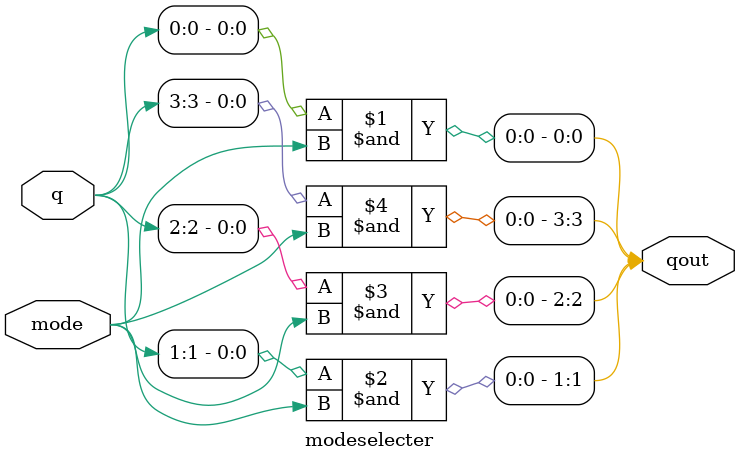
<source format=v>
`timescale 1ns / 1ps


module modeselecter(
input [3:0] q,
input mode,
output [3:0] qout
    );
    
   assign qout[0] = (q[0]&mode);
   assign qout[1] = (q[1]&mode);
   assign qout[2] = (q[2]&mode);
   assign qout[3] = (q[3]&mode);
    
    
    
endmodule

</source>
